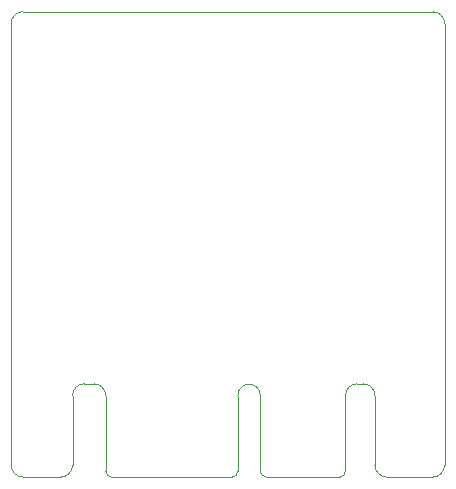
<source format=gko>
G04 #@! TF.GenerationSoftware,KiCad,Pcbnew,(5.1.0-1558-g0ba0c1724)*
G04 #@! TF.CreationDate,2019-11-22T01:18:09-08:00*
G04 #@! TF.ProjectId,TMC2209_Driver,544d4332-3230-4395-9f44-72697665722e,rev?*
G04 #@! TF.SameCoordinates,Original*
G04 #@! TF.FileFunction,Profile,NP*
%FSLAX46Y46*%
G04 Gerber Fmt 4.6, Leading zero omitted, Abs format (unit mm)*
G04 Created by KiCad (PCBNEW (5.1.0-1558-g0ba0c1724)) date 2019-11-22 01:18:09*
%MOMM*%
%LPD*%
G04 APERTURE LIST*
%ADD10C,0.050000*%
G04 APERTURE END LIST*
D10*
X114200000Y-113000000D02*
G75*
G02X113200000Y-114000000I-1000000J0D01*
G01*
X115200000Y-106100000D02*
G75*
G03X114200000Y-107100000I0J-1000000D01*
G01*
X140800000Y-114000000D02*
G75*
G02X139800000Y-113000000I0J1000000D01*
G01*
X138800000Y-106100000D02*
G75*
G02X139800000Y-107100000I0J-1000000D01*
G01*
X109000000Y-113000000D02*
X109000000Y-75600000D01*
X113200000Y-114000000D02*
X110000000Y-114000000D01*
X114200000Y-107100000D02*
X114200000Y-113000000D01*
X145700000Y-113000000D02*
X145700000Y-75600000D01*
X140800000Y-114000000D02*
X144700000Y-114000000D01*
X139800000Y-113000000D02*
X139800000Y-107100000D01*
X144700000Y-74600000D02*
G75*
G02X145700000Y-75600000I0J-1000000D01*
G01*
X109000000Y-75600000D02*
G75*
G02X110000000Y-74600000I1000000J0D01*
G01*
X145700000Y-113000000D02*
G75*
G02X144700000Y-114000000I-1000000J0D01*
G01*
X110000000Y-114000000D02*
G75*
G02X109000000Y-113000000I0J1000000D01*
G01*
X116000000Y-106100000D02*
G75*
G02X117000000Y-107100000I0J-1000000D01*
G01*
X137300000Y-107100000D02*
G75*
G02X138300000Y-106100000I1000000J0D01*
G01*
X144700000Y-74600000D02*
X110000000Y-74600000D01*
X137300000Y-113500000D02*
G75*
G02X136800000Y-114000000I-500000J0D01*
G01*
X130600000Y-114000000D02*
G75*
G02X130100000Y-113500000I0J500000D01*
G01*
X128199999Y-113500000D02*
G75*
G02X127700000Y-113999999I-499999J0D01*
G01*
X117500000Y-114000000D02*
G75*
G02X117000000Y-113500000I0J500000D01*
G01*
X128200001Y-107100000D02*
G75*
G02X130099999Y-107100000I949999J0D01*
G01*
X117000000Y-107100000D02*
X117000000Y-113500000D01*
X115200000Y-106100000D02*
X116000000Y-106100000D01*
X138300000Y-106100000D02*
X138800000Y-106100000D01*
X137300000Y-113500000D02*
X137300000Y-107100000D01*
X130600000Y-114000000D02*
X136800000Y-114000000D01*
X130100000Y-107100000D02*
X130100000Y-113500000D01*
X128200000Y-113500000D02*
X128200000Y-107100000D01*
X117500000Y-114000000D02*
X127700000Y-114000000D01*
M02*

</source>
